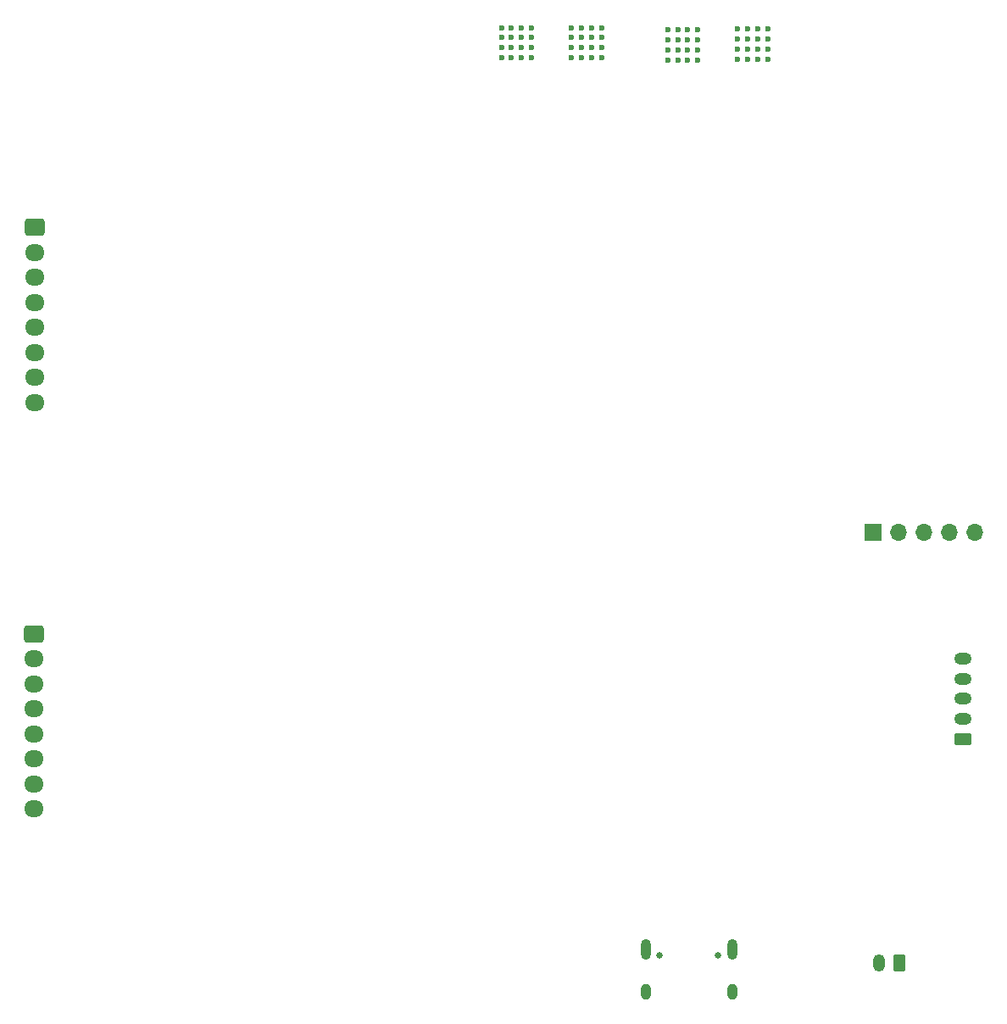
<source format=gbr>
%TF.GenerationSoftware,KiCad,Pcbnew,(6.0.7-1)-1*%
%TF.CreationDate,2022-09-12T11:44:39+02:00*%
%TF.ProjectId,Flux_BMS,466c7578-5f42-44d5-932e-6b696361645f,rev?*%
%TF.SameCoordinates,Original*%
%TF.FileFunction,Soldermask,Bot*%
%TF.FilePolarity,Negative*%
%FSLAX46Y46*%
G04 Gerber Fmt 4.6, Leading zero omitted, Abs format (unit mm)*
G04 Created by KiCad (PCBNEW (6.0.7-1)-1) date 2022-09-12 11:44:39*
%MOMM*%
%LPD*%
G01*
G04 APERTURE LIST*
G04 Aperture macros list*
%AMRoundRect*
0 Rectangle with rounded corners*
0 $1 Rounding radius*
0 $2 $3 $4 $5 $6 $7 $8 $9 X,Y pos of 4 corners*
0 Add a 4 corners polygon primitive as box body*
4,1,4,$2,$3,$4,$5,$6,$7,$8,$9,$2,$3,0*
0 Add four circle primitives for the rounded corners*
1,1,$1+$1,$2,$3*
1,1,$1+$1,$4,$5*
1,1,$1+$1,$6,$7*
1,1,$1+$1,$8,$9*
0 Add four rect primitives between the rounded corners*
20,1,$1+$1,$2,$3,$4,$5,0*
20,1,$1+$1,$4,$5,$6,$7,0*
20,1,$1+$1,$6,$7,$8,$9,0*
20,1,$1+$1,$8,$9,$2,$3,0*%
G04 Aperture macros list end*
%ADD10C,0.600000*%
%ADD11O,1.000000X1.600000*%
%ADD12O,1.000000X2.100000*%
%ADD13C,0.650000*%
%ADD14RoundRect,0.250000X0.625000X-0.350000X0.625000X0.350000X-0.625000X0.350000X-0.625000X-0.350000X0*%
%ADD15O,1.750000X1.200000*%
%ADD16O,1.950000X1.700000*%
%ADD17RoundRect,0.250000X-0.725000X0.600000X-0.725000X-0.600000X0.725000X-0.600000X0.725000X0.600000X0*%
%ADD18R,1.700000X1.700000*%
%ADD19O,1.700000X1.700000*%
%ADD20RoundRect,0.250000X0.350000X0.625000X-0.350000X0.625000X-0.350000X-0.625000X0.350000X-0.625000X0*%
%ADD21O,1.200000X1.750000*%
G04 APERTURE END LIST*
D10*
%TO.C,TP4*%
X142200000Y-52200000D03*
X143200000Y-53200000D03*
X143200000Y-52200000D03*
X143200000Y-54200000D03*
X144200000Y-52200000D03*
X142200000Y-51200000D03*
X143200000Y-51200000D03*
X145200000Y-54200000D03*
X145200000Y-51200000D03*
X144200000Y-53200000D03*
X145200000Y-53200000D03*
X142200000Y-54200000D03*
X145200000Y-52200000D03*
X144200000Y-51200000D03*
X144200000Y-54200000D03*
X142200000Y-53200000D03*
%TD*%
%TO.C,TP3*%
X150200000Y-54100000D03*
X152200000Y-53100000D03*
X150200000Y-53100000D03*
X150200000Y-51100000D03*
X151200000Y-54100000D03*
X149200000Y-51100000D03*
X149200000Y-54100000D03*
X151200000Y-51100000D03*
X149200000Y-52100000D03*
X152200000Y-52100000D03*
X152200000Y-51100000D03*
X151200000Y-53100000D03*
X152200000Y-54100000D03*
X151200000Y-52100000D03*
X150200000Y-52100000D03*
X149200000Y-53100000D03*
%TD*%
%TO.C,TP2*%
X133600000Y-52960000D03*
X135600000Y-53960000D03*
X132600000Y-52960000D03*
X134600000Y-52960000D03*
X133600000Y-53960000D03*
X134600000Y-53960000D03*
X133600000Y-51960000D03*
X132600000Y-51960000D03*
X134600000Y-50960000D03*
X135600000Y-50960000D03*
X135600000Y-52960000D03*
X132600000Y-50960000D03*
X135600000Y-51960000D03*
X134600000Y-51960000D03*
X133600000Y-50960000D03*
X132600000Y-53960000D03*
%TD*%
D11*
%TO.C,J3*%
X148620000Y-147250000D03*
D12*
X139980000Y-143070000D03*
X148620000Y-143070000D03*
D11*
X139980000Y-147250000D03*
D13*
X141410000Y-143600000D03*
X147190000Y-143600000D03*
%TD*%
D14*
%TO.C,J7*%
X171700000Y-122000000D03*
D15*
X171700000Y-120000000D03*
X171700000Y-118000000D03*
X171700000Y-116000000D03*
X171700000Y-114000000D03*
%TD*%
D16*
%TO.C,J6*%
X78875000Y-129000000D03*
X78875000Y-126500000D03*
X78875000Y-124000000D03*
X78875000Y-121500000D03*
X78875000Y-119000000D03*
X78875000Y-116500000D03*
X78875000Y-114000000D03*
D17*
X78875000Y-111500000D03*
%TD*%
D18*
%TO.C,J8*%
X162700000Y-101400000D03*
D19*
X165240000Y-101400000D03*
X167780000Y-101400000D03*
X170320000Y-101400000D03*
X172860000Y-101400000D03*
%TD*%
D20*
%TO.C,J4*%
X165300000Y-144350000D03*
D21*
X163300000Y-144350000D03*
%TD*%
D17*
%TO.C,J5*%
X78975000Y-70900000D03*
D16*
X78975000Y-73400000D03*
X78975000Y-75900000D03*
X78975000Y-78400000D03*
X78975000Y-80900000D03*
X78975000Y-83400000D03*
X78975000Y-85900000D03*
X78975000Y-88400000D03*
%TD*%
D10*
%TO.C,TP1*%
X128600000Y-51975000D03*
X125600000Y-51975000D03*
X126600000Y-53975000D03*
X126600000Y-52975000D03*
X125600000Y-52975000D03*
X128600000Y-50975000D03*
X127600000Y-51975000D03*
X128600000Y-52975000D03*
X127600000Y-52975000D03*
X126600000Y-51975000D03*
X127600000Y-53975000D03*
X126600000Y-50975000D03*
X127600000Y-50975000D03*
X125600000Y-50975000D03*
X125600000Y-53975000D03*
X128600000Y-53975000D03*
%TD*%
M02*

</source>
